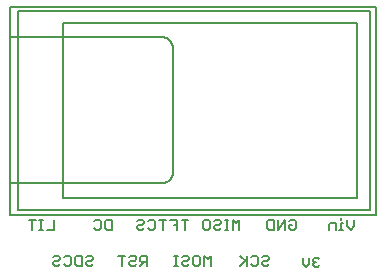
<source format=gbr>
G04 EAGLE Gerber RS-274X export*
G75*
%MOMM*%
%FSLAX34Y34*%
%LPD*%
%INSilkscreen Bottom*%
%IPPOS*%
%AMOC8*
5,1,8,0,0,1.08239X$1,22.5*%
G01*
%ADD10C,0.152400*%
%ADD11C,0.127000*%


D10*
X26952Y-43935D02*
X26952Y-52578D01*
X21189Y-52578D01*
X17596Y-52578D02*
X14715Y-52578D01*
X16156Y-52578D02*
X16156Y-43935D01*
X17596Y-43935D02*
X14715Y-43935D01*
X8479Y-43935D02*
X8479Y-52578D01*
X11360Y-43935D02*
X5597Y-43935D01*
X54096Y-75855D02*
X55537Y-74415D01*
X58418Y-74415D01*
X59858Y-75855D01*
X59858Y-77296D01*
X58418Y-78736D01*
X55537Y-78736D01*
X54096Y-80177D01*
X54096Y-81617D01*
X55537Y-83058D01*
X58418Y-83058D01*
X59858Y-81617D01*
X50503Y-83058D02*
X50503Y-74415D01*
X50503Y-83058D02*
X46182Y-83058D01*
X44741Y-81617D01*
X44741Y-75855D01*
X46182Y-74415D01*
X50503Y-74415D01*
X36826Y-74415D02*
X35386Y-75855D01*
X36826Y-74415D02*
X39707Y-74415D01*
X41148Y-75855D01*
X41148Y-81617D01*
X39707Y-83058D01*
X36826Y-83058D01*
X35386Y-81617D01*
X27471Y-74415D02*
X26031Y-75855D01*
X27471Y-74415D02*
X30352Y-74415D01*
X31793Y-75855D01*
X31793Y-77296D01*
X30352Y-78736D01*
X27471Y-78736D01*
X26031Y-80177D01*
X26031Y-81617D01*
X27471Y-83058D01*
X30352Y-83058D01*
X31793Y-81617D01*
X75903Y-52578D02*
X75903Y-43935D01*
X75903Y-52578D02*
X71582Y-52578D01*
X70141Y-51137D01*
X70141Y-45375D01*
X71582Y-43935D01*
X75903Y-43935D01*
X62226Y-43935D02*
X60786Y-45375D01*
X62226Y-43935D02*
X65107Y-43935D01*
X66548Y-45375D01*
X66548Y-51137D01*
X65107Y-52578D01*
X62226Y-52578D01*
X60786Y-51137D01*
X105981Y-74415D02*
X105981Y-83058D01*
X105981Y-74415D02*
X101659Y-74415D01*
X100219Y-75855D01*
X100219Y-78736D01*
X101659Y-80177D01*
X105981Y-80177D01*
X103100Y-80177D02*
X100219Y-83058D01*
X92304Y-74415D02*
X90863Y-75855D01*
X92304Y-74415D02*
X95185Y-74415D01*
X96626Y-75855D01*
X96626Y-77296D01*
X95185Y-78736D01*
X92304Y-78736D01*
X90863Y-80177D01*
X90863Y-81617D01*
X92304Y-83058D01*
X95185Y-83058D01*
X96626Y-81617D01*
X84389Y-83058D02*
X84389Y-74415D01*
X87270Y-74415D02*
X81508Y-74415D01*
X137855Y-52578D02*
X137855Y-43935D01*
X140736Y-43935D02*
X134974Y-43935D01*
X131381Y-43935D02*
X131381Y-52578D01*
X131381Y-43935D02*
X125619Y-43935D01*
X128500Y-48256D02*
X131381Y-48256D01*
X119144Y-52578D02*
X119144Y-43935D01*
X116263Y-43935D02*
X122026Y-43935D01*
X108349Y-43935D02*
X106908Y-45375D01*
X108349Y-43935D02*
X111230Y-43935D01*
X112670Y-45375D01*
X112670Y-51137D01*
X111230Y-52578D01*
X108349Y-52578D01*
X106908Y-51137D01*
X98994Y-43935D02*
X97553Y-45375D01*
X98994Y-43935D02*
X101875Y-43935D01*
X103315Y-45375D01*
X103315Y-46816D01*
X101875Y-48256D01*
X98994Y-48256D01*
X97553Y-49697D01*
X97553Y-51137D01*
X98994Y-52578D01*
X101875Y-52578D01*
X103315Y-51137D01*
X159899Y-74415D02*
X159899Y-83058D01*
X157018Y-77296D02*
X159899Y-74415D01*
X157018Y-77296D02*
X154137Y-74415D01*
X154137Y-83058D01*
X149103Y-74415D02*
X146222Y-74415D01*
X149103Y-74415D02*
X150544Y-75855D01*
X150544Y-81617D01*
X149103Y-83058D01*
X146222Y-83058D01*
X144782Y-81617D01*
X144782Y-75855D01*
X146222Y-74415D01*
X136867Y-74415D02*
X135427Y-75855D01*
X136867Y-74415D02*
X139748Y-74415D01*
X141189Y-75855D01*
X141189Y-77296D01*
X139748Y-78736D01*
X136867Y-78736D01*
X135427Y-80177D01*
X135427Y-81617D01*
X136867Y-83058D01*
X139748Y-83058D01*
X141189Y-81617D01*
X131834Y-83058D02*
X128953Y-83058D01*
X130393Y-83058D02*
X130393Y-74415D01*
X128953Y-74415D02*
X131834Y-74415D01*
X184029Y-52578D02*
X184029Y-43935D01*
X181148Y-46816D01*
X178267Y-43935D01*
X178267Y-52578D01*
X174674Y-52578D02*
X171793Y-52578D01*
X173233Y-52578D02*
X173233Y-43935D01*
X171793Y-43935D02*
X174674Y-43935D01*
X164116Y-43935D02*
X162675Y-45375D01*
X164116Y-43935D02*
X166997Y-43935D01*
X168437Y-45375D01*
X168437Y-46816D01*
X166997Y-48256D01*
X164116Y-48256D01*
X162675Y-49697D01*
X162675Y-51137D01*
X164116Y-52578D01*
X166997Y-52578D01*
X168437Y-51137D01*
X157641Y-43935D02*
X154760Y-43935D01*
X157641Y-43935D02*
X159082Y-45375D01*
X159082Y-51137D01*
X157641Y-52578D01*
X154760Y-52578D01*
X153320Y-51137D01*
X153320Y-45375D01*
X154760Y-43935D01*
X203089Y-75855D02*
X204529Y-74415D01*
X207410Y-74415D01*
X208851Y-75855D01*
X208851Y-77296D01*
X207410Y-78736D01*
X204529Y-78736D01*
X203089Y-80177D01*
X203089Y-81617D01*
X204529Y-83058D01*
X207410Y-83058D01*
X208851Y-81617D01*
X195174Y-74415D02*
X193733Y-75855D01*
X195174Y-74415D02*
X198055Y-74415D01*
X199496Y-75855D01*
X199496Y-81617D01*
X198055Y-83058D01*
X195174Y-83058D01*
X193733Y-81617D01*
X190140Y-83058D02*
X190140Y-74415D01*
X190140Y-80177D02*
X184378Y-74415D01*
X188700Y-78736D02*
X184378Y-83058D01*
X225949Y-45375D02*
X227389Y-43935D01*
X230270Y-43935D01*
X231711Y-45375D01*
X231711Y-51137D01*
X230270Y-52578D01*
X227389Y-52578D01*
X225949Y-51137D01*
X225949Y-48256D01*
X228830Y-48256D01*
X222356Y-43935D02*
X222356Y-52578D01*
X216593Y-52578D02*
X222356Y-43935D01*
X216593Y-43935D02*
X216593Y-52578D01*
X213000Y-52578D02*
X213000Y-43935D01*
X213000Y-52578D02*
X208679Y-52578D01*
X207238Y-51137D01*
X207238Y-45375D01*
X208679Y-43935D01*
X213000Y-43935D01*
D11*
X250120Y-76194D02*
X251391Y-77465D01*
X250120Y-76194D02*
X247578Y-76194D01*
X246306Y-77465D01*
X246306Y-78736D01*
X247578Y-80007D01*
X248849Y-80007D01*
X247578Y-80007D02*
X246306Y-81278D01*
X246306Y-82549D01*
X247578Y-83820D01*
X250120Y-83820D01*
X251391Y-82549D01*
X243205Y-81278D02*
X243205Y-76194D01*
X243205Y-81278D02*
X240663Y-83820D01*
X238121Y-81278D01*
X238121Y-76194D01*
D10*
X280952Y-49697D02*
X280952Y-43935D01*
X280952Y-49697D02*
X278070Y-52578D01*
X275189Y-49697D01*
X275189Y-43935D01*
X271596Y-46816D02*
X270156Y-46816D01*
X270156Y-52578D01*
X271596Y-52578D02*
X268715Y-52578D01*
X270156Y-43935D02*
X270156Y-42494D01*
X265360Y-46816D02*
X265360Y-52578D01*
X265360Y-46816D02*
X261038Y-46816D01*
X259597Y-48256D01*
X259597Y-52578D01*
D11*
X-10160Y-39740D02*
X-10160Y136260D01*
X299840Y136260D01*
X299840Y-39740D01*
X-10160Y-39740D01*
X294840Y-35740D02*
X294840Y132260D01*
X-3160Y132260D01*
X-3160Y-35740D01*
X294840Y-35740D01*
X283840Y-25740D02*
X283840Y122260D01*
X34840Y122260D01*
X34840Y-25740D01*
X283840Y-25740D01*
D10*
X127840Y-3140D02*
X127840Y100860D01*
X127837Y101102D01*
X127828Y101343D01*
X127814Y101584D01*
X127793Y101825D01*
X127767Y102065D01*
X127735Y102305D01*
X127697Y102544D01*
X127654Y102781D01*
X127604Y103018D01*
X127549Y103253D01*
X127489Y103487D01*
X127422Y103719D01*
X127351Y103950D01*
X127273Y104179D01*
X127190Y104406D01*
X127102Y104631D01*
X127008Y104854D01*
X126909Y105074D01*
X126804Y105292D01*
X126695Y105507D01*
X126580Y105720D01*
X126460Y105930D01*
X126335Y106136D01*
X126205Y106340D01*
X126070Y106541D01*
X125930Y106738D01*
X125786Y106932D01*
X125637Y107122D01*
X125483Y107308D01*
X125325Y107491D01*
X125163Y107670D01*
X124996Y107845D01*
X124825Y108016D01*
X124650Y108183D01*
X124471Y108345D01*
X124288Y108503D01*
X124102Y108657D01*
X123912Y108806D01*
X123718Y108950D01*
X123521Y109090D01*
X123320Y109225D01*
X123116Y109355D01*
X122910Y109480D01*
X122700Y109600D01*
X122487Y109715D01*
X122272Y109824D01*
X122054Y109929D01*
X121834Y110028D01*
X121611Y110122D01*
X121386Y110210D01*
X121159Y110293D01*
X120930Y110371D01*
X120699Y110442D01*
X120467Y110509D01*
X120233Y110569D01*
X119998Y110624D01*
X119761Y110674D01*
X119524Y110717D01*
X119285Y110755D01*
X119045Y110787D01*
X118805Y110813D01*
X118564Y110834D01*
X118323Y110848D01*
X118082Y110857D01*
X117840Y110860D01*
X-10160Y110860D01*
X117840Y-13140D02*
X118082Y-13137D01*
X118323Y-13128D01*
X118564Y-13114D01*
X118805Y-13093D01*
X119045Y-13067D01*
X119285Y-13035D01*
X119524Y-12997D01*
X119761Y-12954D01*
X119998Y-12904D01*
X120233Y-12849D01*
X120467Y-12789D01*
X120699Y-12722D01*
X120930Y-12651D01*
X121159Y-12573D01*
X121386Y-12490D01*
X121611Y-12402D01*
X121834Y-12308D01*
X122054Y-12209D01*
X122272Y-12104D01*
X122487Y-11995D01*
X122700Y-11880D01*
X122910Y-11760D01*
X123116Y-11635D01*
X123320Y-11505D01*
X123521Y-11370D01*
X123718Y-11230D01*
X123912Y-11086D01*
X124102Y-10937D01*
X124288Y-10783D01*
X124471Y-10625D01*
X124650Y-10463D01*
X124825Y-10296D01*
X124996Y-10125D01*
X125163Y-9950D01*
X125325Y-9771D01*
X125483Y-9588D01*
X125637Y-9402D01*
X125786Y-9212D01*
X125930Y-9018D01*
X126070Y-8821D01*
X126205Y-8620D01*
X126335Y-8416D01*
X126460Y-8210D01*
X126580Y-8000D01*
X126695Y-7787D01*
X126804Y-7572D01*
X126909Y-7354D01*
X127008Y-7134D01*
X127102Y-6911D01*
X127190Y-6686D01*
X127273Y-6459D01*
X127351Y-6230D01*
X127422Y-5999D01*
X127489Y-5767D01*
X127549Y-5533D01*
X127604Y-5298D01*
X127654Y-5061D01*
X127697Y-4824D01*
X127735Y-4585D01*
X127767Y-4345D01*
X127793Y-4105D01*
X127814Y-3864D01*
X127828Y-3623D01*
X127837Y-3382D01*
X127840Y-3140D01*
X117840Y-13140D02*
X-10160Y-13140D01*
M02*

</source>
